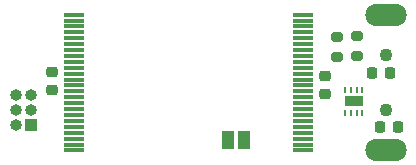
<source format=gbr>
%TF.GenerationSoftware,KiCad,Pcbnew,7.0.7*%
%TF.CreationDate,2023-12-11T16:01:13+01:00*%
%TF.ProjectId,ovrdrive,6f767264-7269-4766-952e-6b696361645f,rev?*%
%TF.SameCoordinates,Original*%
%TF.FileFunction,Soldermask,Bot*%
%TF.FilePolarity,Negative*%
%FSLAX46Y46*%
G04 Gerber Fmt 4.6, Leading zero omitted, Abs format (unit mm)*
G04 Created by KiCad (PCBNEW 7.0.7) date 2023-12-11 16:01:13*
%MOMM*%
%LPD*%
G01*
G04 APERTURE LIST*
G04 Aperture macros list*
%AMRoundRect*
0 Rectangle with rounded corners*
0 $1 Rounding radius*
0 $2 $3 $4 $5 $6 $7 $8 $9 X,Y pos of 4 corners*
0 Add a 4 corners polygon primitive as box body*
4,1,4,$2,$3,$4,$5,$6,$7,$8,$9,$2,$3,0*
0 Add four circle primitives for the rounded corners*
1,1,$1+$1,$2,$3*
1,1,$1+$1,$4,$5*
1,1,$1+$1,$6,$7*
1,1,$1+$1,$8,$9*
0 Add four rect primitives between the rounded corners*
20,1,$1+$1,$2,$3,$4,$5,0*
20,1,$1+$1,$4,$5,$6,$7,0*
20,1,$1+$1,$6,$7,$8,$9,0*
20,1,$1+$1,$8,$9,$2,$3,0*%
G04 Aperture macros list end*
%ADD10C,1.100000*%
%ADD11O,3.500000X1.900000*%
%ADD12R,1.000000X1.000000*%
%ADD13O,1.000000X1.000000*%
%ADD14RoundRect,0.200000X0.275000X-0.200000X0.275000X0.200000X-0.275000X0.200000X-0.275000X-0.200000X0*%
%ADD15RoundRect,0.225000X-0.250000X0.225000X-0.250000X-0.225000X0.250000X-0.225000X0.250000X0.225000X0*%
%ADD16R,1.000000X1.500000*%
%ADD17RoundRect,0.200000X-0.275000X0.200000X-0.275000X-0.200000X0.275000X-0.200000X0.275000X0.200000X0*%
%ADD18RoundRect,0.011200X0.768800X0.128800X-0.768800X0.128800X-0.768800X-0.128800X0.768800X-0.128800X0*%
%ADD19RoundRect,0.225000X-0.225000X-0.250000X0.225000X-0.250000X0.225000X0.250000X-0.225000X0.250000X0*%
%ADD20R,0.250000X0.500000*%
%ADD21R,1.600000X0.900000*%
G04 APERTURE END LIST*
D10*
%TO.C,J1*%
X142100000Y-101900000D03*
X142100000Y-106500000D03*
D11*
X142100000Y-98500000D03*
X142100000Y-109900000D03*
%TD*%
D12*
%TO.C,J3*%
X112070000Y-107800000D03*
D13*
X110800000Y-107800000D03*
X112070000Y-106530000D03*
X110800000Y-106530000D03*
X112070000Y-105260000D03*
X110800000Y-105260000D03*
%TD*%
D14*
%TO.C,R14*%
X139700000Y-101925000D03*
X139700000Y-100275000D03*
%TD*%
D15*
%TO.C,C2*%
X113900000Y-103275000D03*
X113900000Y-104825000D03*
%TD*%
D16*
%TO.C,JP1*%
X128800000Y-109050000D03*
X130100000Y-109050000D03*
%TD*%
D17*
%TO.C,R15*%
X138000000Y-100375000D03*
X138000000Y-102025000D03*
%TD*%
D15*
%TO.C,C1*%
X137000000Y-103625000D03*
X137000000Y-105175000D03*
%TD*%
D18*
%TO.C,U2*%
X135127500Y-98450000D03*
X135127500Y-98950000D03*
X135127500Y-99450000D03*
X135127500Y-99950000D03*
X135127500Y-100450000D03*
X135127500Y-100950000D03*
X135127500Y-101450000D03*
X135127500Y-101950000D03*
X135127500Y-102450000D03*
X135127500Y-102950000D03*
X135127500Y-103450000D03*
X135127500Y-103950000D03*
X135127500Y-104450000D03*
X135127500Y-104950000D03*
X135127500Y-105450000D03*
X135127500Y-105950000D03*
X135127500Y-106450000D03*
X135127500Y-106950000D03*
X135127500Y-107450000D03*
X135127500Y-107950000D03*
X135127500Y-108450000D03*
X135127500Y-108950000D03*
X135127500Y-109450000D03*
X135127500Y-109950000D03*
X115767500Y-109950000D03*
X115767500Y-109450000D03*
X115767500Y-108950000D03*
X115767500Y-108450000D03*
X115767500Y-107950000D03*
X115767500Y-107450000D03*
X115767500Y-106950000D03*
X115767500Y-106450000D03*
X115767500Y-105950000D03*
X115767500Y-105450000D03*
X115767500Y-104950000D03*
X115767500Y-104450000D03*
X115767500Y-103950000D03*
X115767500Y-103450000D03*
X115767500Y-102950000D03*
X115767500Y-102450000D03*
X115767500Y-101950000D03*
X115767500Y-101450000D03*
X115767500Y-100950000D03*
X115767500Y-100450000D03*
X115767500Y-99950000D03*
X115767500Y-99450000D03*
X115767500Y-98950000D03*
X115767500Y-98450000D03*
%TD*%
D19*
%TO.C,C16*%
X140925000Y-103400000D03*
X142475000Y-103400000D03*
%TD*%
D20*
%TO.C,U5*%
X140150000Y-106750000D03*
X139650000Y-106750000D03*
X139150000Y-106750000D03*
X138650000Y-106750000D03*
X138650000Y-104850000D03*
X139150000Y-104850000D03*
X139650000Y-104850000D03*
X140150000Y-104850000D03*
D21*
X139400000Y-105800000D03*
%TD*%
D19*
%TO.C,C15*%
X141625000Y-108000000D03*
X143175000Y-108000000D03*
%TD*%
M02*

</source>
